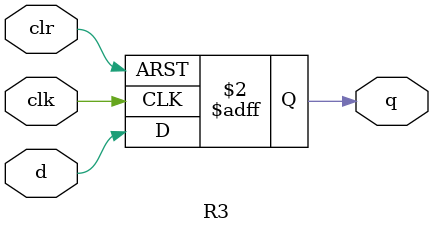
<source format=v>
module R3(d, clk, clr, q);
	input d, clk, clr;
	output reg q;
	
	always @ (posedge clr or posedge clk)
	begin
		if (clr)
		begin
			q <= 1'b0;
		end
		else
		begin
			q <= d;
		end
	end
endmodule

</source>
